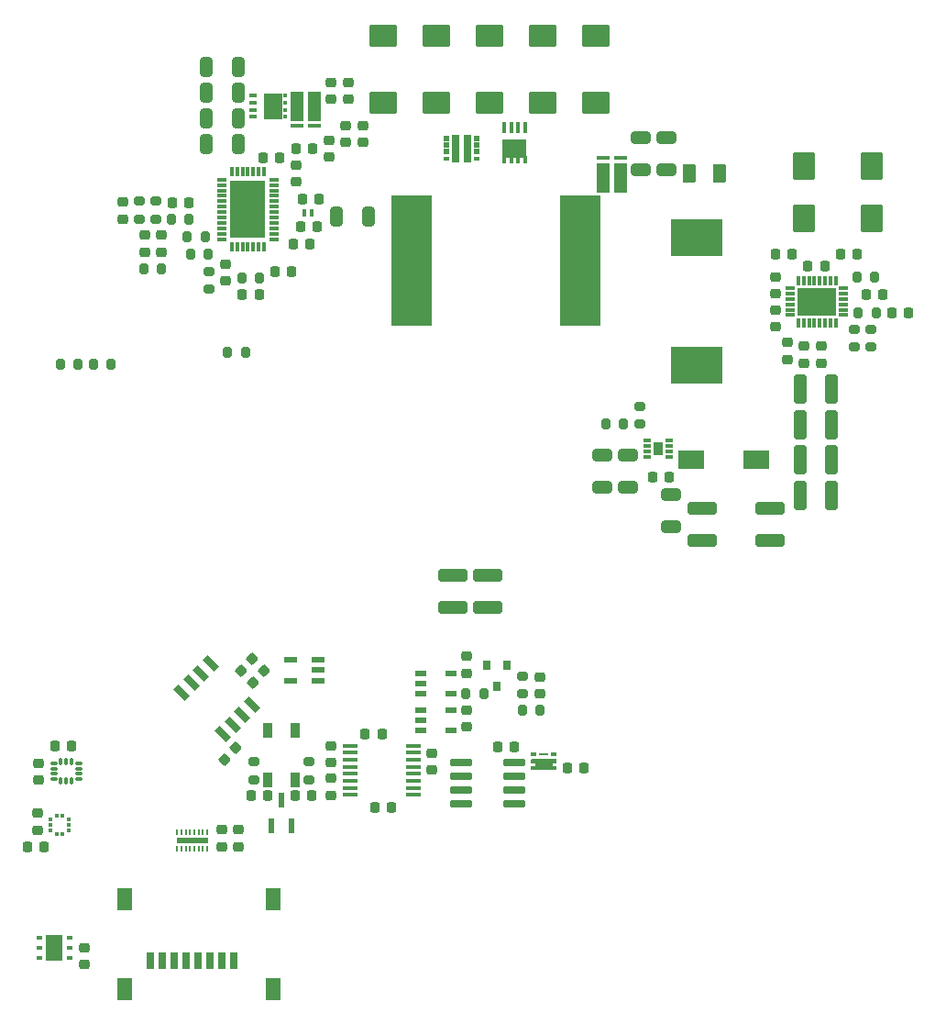
<source format=gbr>
%TF.GenerationSoftware,KiCad,Pcbnew,(6.0.11)*%
%TF.CreationDate,2025-02-12T10:18:37+01:00*%
%TF.ProjectId,walter-feels,77616c74-6572-42d6-9665-656c732e6b69,2.3*%
%TF.SameCoordinates,Original*%
%TF.FileFunction,Paste,Top*%
%TF.FilePolarity,Positive*%
%FSLAX46Y46*%
G04 Gerber Fmt 4.6, Leading zero omitted, Abs format (unit mm)*
G04 Created by KiCad (PCBNEW (6.0.11)) date 2025-02-12 10:18:37*
%MOMM*%
%LPD*%
G01*
G04 APERTURE LIST*
G04 Aperture macros list*
%AMRoundRect*
0 Rectangle with rounded corners*
0 $1 Rounding radius*
0 $2 $3 $4 $5 $6 $7 $8 $9 X,Y pos of 4 corners*
0 Add a 4 corners polygon primitive as box body*
4,1,4,$2,$3,$4,$5,$6,$7,$8,$9,$2,$3,0*
0 Add four circle primitives for the rounded corners*
1,1,$1+$1,$2,$3*
1,1,$1+$1,$4,$5*
1,1,$1+$1,$6,$7*
1,1,$1+$1,$8,$9*
0 Add four rect primitives between the rounded corners*
20,1,$1+$1,$2,$3,$4,$5,0*
20,1,$1+$1,$4,$5,$6,$7,0*
20,1,$1+$1,$6,$7,$8,$9,0*
20,1,$1+$1,$8,$9,$2,$3,0*%
%AMRotRect*
0 Rectangle, with rotation*
0 The origin of the aperture is its center*
0 $1 length*
0 $2 width*
0 $3 Rotation angle, in degrees counterclockwise*
0 Add horizontal line*
21,1,$1,$2,0,0,$3*%
%AMFreePoly0*
4,1,30,2.050035,0.200035,2.050050,0.200000,2.050050,-0.190000,2.050035,-0.190035,2.050000,-0.190050,1.700050,-0.190050,1.700050,-0.459950,2.030000,-0.459950,2.030035,-0.459965,2.030050,-0.460000,2.030050,-0.850000,2.030035,-0.850035,2.030000,-0.850050,-0.250000,-0.850050,-0.250035,-0.850035,-0.250050,-0.850000,-0.250050,-0.460000,-0.250035,-0.459965,-0.250000,-0.459950,0.099950,-0.459950,
0.099950,-0.200000,-0.250000,-0.200000,-0.250000,-0.190050,-0.250035,-0.190035,-0.250050,-0.190000,-0.250050,0.200000,-0.250035,0.200035,-0.250000,0.200050,2.050000,0.200050,2.050035,0.200035,2.050035,0.200035,$1*%
G04 Aperture macros list end*
%ADD10C,0.010000*%
%ADD11RoundRect,0.225000X0.250000X-0.225000X0.250000X0.225000X-0.250000X0.225000X-0.250000X-0.225000X0*%
%ADD12R,0.405000X0.990000*%
%ADD13R,0.405000X0.760000*%
%ADD14R,2.235000X1.725000*%
%ADD15R,1.150000X0.350000*%
%ADD16R,1.150000X2.700000*%
%ADD17RoundRect,0.250000X0.650000X-0.325000X0.650000X0.325000X-0.650000X0.325000X-0.650000X-0.325000X0*%
%ADD18RoundRect,0.225000X0.225000X0.250000X-0.225000X0.250000X-0.225000X-0.250000X0.225000X-0.250000X0*%
%ADD19RoundRect,0.225000X-0.225000X-0.250000X0.225000X-0.250000X0.225000X0.250000X-0.225000X0.250000X0*%
%ADD20RoundRect,0.250000X1.100000X-0.325000X1.100000X0.325000X-1.100000X0.325000X-1.100000X-0.325000X0*%
%ADD21R,0.300000X0.850000*%
%ADD22R,0.850000X0.300000*%
%ADD23R,3.650000X2.650000*%
%ADD24RoundRect,0.225000X-0.250000X0.225000X-0.250000X-0.225000X0.250000X-0.225000X0.250000X0.225000X0*%
%ADD25RoundRect,0.075000X0.237500X0.075000X-0.237500X0.075000X-0.237500X-0.075000X0.237500X-0.075000X0*%
%ADD26RoundRect,0.075000X0.075000X0.237500X-0.075000X0.237500X-0.075000X-0.237500X0.075000X-0.237500X0*%
%ADD27R,0.800001X0.900001*%
%ADD28RoundRect,0.200000X-0.200000X-0.275000X0.200000X-0.275000X0.200000X0.275000X-0.200000X0.275000X0*%
%ADD29R,1.000000X0.599999*%
%ADD30RoundRect,0.250000X-0.787500X-1.025000X0.787500X-1.025000X0.787500X1.025000X-0.787500X1.025000X0*%
%ADD31RoundRect,0.200000X0.275000X-0.200000X0.275000X0.200000X-0.275000X0.200000X-0.275000X-0.200000X0*%
%ADD32RoundRect,0.250000X-0.325000X-1.100000X0.325000X-1.100000X0.325000X1.100000X-0.325000X1.100000X0*%
%ADD33RoundRect,0.225000X-0.335876X-0.017678X-0.017678X-0.335876X0.335876X0.017678X0.017678X0.335876X0*%
%ADD34R,0.750000X0.300000*%
%ADD35R,0.900000X1.300000*%
%ADD36R,1.200000X0.600000*%
%ADD37RoundRect,0.250000X0.325000X0.650000X-0.325000X0.650000X-0.325000X-0.650000X0.325000X-0.650000X0*%
%ADD38R,0.520000X0.450000*%
%ADD39R,0.520000X0.583000*%
%ADD40R,0.750000X2.520000*%
%ADD41RoundRect,0.200000X0.200000X0.275000X-0.200000X0.275000X-0.200000X-0.275000X0.200000X-0.275000X0*%
%ADD42RoundRect,0.250000X1.025000X-0.787500X1.025000X0.787500X-1.025000X0.787500X-1.025000X-0.787500X0*%
%ADD43RoundRect,0.200000X-0.275000X0.200000X-0.275000X-0.200000X0.275000X-0.200000X0.275000X0.200000X0*%
%ADD44R,0.347536X0.376682*%
%ADD45R,0.376682X0.347536*%
%ADD46RoundRect,0.225000X-0.017678X0.335876X-0.335876X0.017678X0.017678X-0.335876X0.335876X-0.017678X0*%
%ADD47FreePoly0,180.000000*%
%ADD48R,0.500000X0.400000*%
%ADD49R,0.920000X0.285000*%
%ADD50R,3.750000X12.100000*%
%ADD51RoundRect,0.250000X-0.650000X0.325000X-0.650000X-0.325000X0.650000X-0.325000X0.650000X0.325000X0*%
%ADD52R,1.475000X0.450000*%
%ADD53R,3.250000X5.250000*%
%ADD54R,4.750000X3.350000*%
%ADD55RoundRect,0.042000X-0.943000X-0.258000X0.943000X-0.258000X0.943000X0.258000X-0.943000X0.258000X0*%
%ADD56R,0.900000X1.350000*%
%ADD57RotRect,0.650000X1.528000X45.000000*%
%ADD58RoundRect,0.250000X0.375000X0.625000X-0.375000X0.625000X-0.375000X-0.625000X0.375000X-0.625000X0*%
%ADD59R,0.800000X1.500000*%
%ADD60R,1.450000X2.000000*%
%ADD61R,0.400000X0.700000*%
%ADD62RoundRect,0.250000X-1.100000X0.325000X-1.100000X-0.325000X1.100000X-0.325000X1.100000X0.325000X0*%
%ADD63R,0.200000X0.600000*%
%ADD64R,2.900000X0.500000*%
%ADD65R,0.600000X1.350000*%
%ADD66RoundRect,0.250000X-0.325000X-0.650000X0.325000X-0.650000X0.325000X0.650000X-0.325000X0.650000X0*%
%ADD67R,0.700000X0.420000*%
%ADD68R,0.450000X0.420000*%
%ADD69R,1.700000X2.370000*%
%ADD70R,0.600000X0.400000*%
%ADD71R,1.500000X2.400000*%
%ADD72R,2.400000X1.800000*%
G04 APERTURE END LIST*
%TO.C,Q5*%
G36*
X144560275Y-131344997D02*
G01*
X143640000Y-131344997D01*
X143640000Y-130604972D01*
X144560275Y-130604972D01*
X144560275Y-131344997D01*
G37*
D10*
X144560275Y-131344997D02*
X143640000Y-131344997D01*
X143640000Y-130604972D01*
X144560275Y-130604972D01*
X144560275Y-131344997D01*
%TD*%
D11*
%TO.C,C77*%
X115930000Y-138537700D03*
X115930000Y-136987700D03*
%TD*%
%TO.C,C20*%
X121217974Y-77180600D03*
X121217974Y-75630600D03*
%TD*%
D12*
%TO.C,Q3*%
X142426374Y-72168700D03*
X141766374Y-72168700D03*
X141106374Y-72168700D03*
X140446374Y-72168700D03*
D13*
X140446374Y-75153700D03*
X141106374Y-75153700D03*
X141766374Y-75153700D03*
X142426374Y-75153700D03*
D14*
X141436374Y-74161200D03*
%TD*%
D15*
%TO.C,R14*%
X149627574Y-74979400D03*
D16*
X149627574Y-76804400D03*
X151177574Y-76804400D03*
D15*
X151177574Y-74979400D03*
%TD*%
D17*
%TO.C,C24*%
X155473400Y-76100200D03*
X155473400Y-73150200D03*
%TD*%
D18*
%TO.C,C43*%
X141382600Y-129362200D03*
X139832600Y-129362200D03*
%TD*%
D19*
%TO.C,C52*%
X146282201Y-131292600D03*
X147832201Y-131292600D03*
%TD*%
D20*
%TO.C,C1*%
X135690000Y-116459000D03*
X135690000Y-113509000D03*
%TD*%
D21*
%TO.C,U11*%
X167617200Y-90189600D03*
X168117200Y-90189600D03*
X168617200Y-90189600D03*
X169117200Y-90189600D03*
X169617200Y-90189600D03*
X170117200Y-90189600D03*
X170617200Y-90189600D03*
X171117200Y-90189600D03*
D22*
X171817200Y-89489600D03*
X171817200Y-88989600D03*
X171817200Y-88489600D03*
X171817200Y-87989600D03*
X171817200Y-87489600D03*
X171817200Y-86989600D03*
D21*
X171117200Y-86289600D03*
X170617200Y-86289600D03*
X170117200Y-86289600D03*
X169617200Y-86289600D03*
X169117200Y-86289600D03*
X168617200Y-86289600D03*
X168117200Y-86289600D03*
X167617200Y-86289600D03*
D22*
X166917200Y-86989600D03*
X166917200Y-87489600D03*
X166917200Y-87989600D03*
X166917200Y-88489600D03*
X166917200Y-88989600D03*
X166917200Y-89489600D03*
D23*
X169367200Y-88239600D03*
%TD*%
D24*
%TO.C,C45*%
X136982201Y-125934700D03*
X136982201Y-127484700D03*
%TD*%
D25*
%TO.C,U9*%
X101187700Y-132322000D03*
X101187700Y-131822000D03*
X101187700Y-131322000D03*
X101187700Y-130822000D03*
D26*
X100525200Y-130659500D03*
X100025200Y-130659500D03*
X99525200Y-130659500D03*
D25*
X98862700Y-130822000D03*
X98862700Y-131322000D03*
X98862700Y-131822000D03*
X98862700Y-132322000D03*
D26*
X99525200Y-132484500D03*
X100025200Y-132484500D03*
X100525200Y-132484500D03*
%TD*%
D20*
%TO.C,C2*%
X138960000Y-116459000D03*
X138960000Y-113509000D03*
%TD*%
D18*
%TO.C,C64*%
X155711400Y-104394902D03*
X154161400Y-104394902D03*
%TD*%
D27*
%TO.C,D2*%
X140751601Y-121758199D03*
X138851602Y-121758199D03*
X139801601Y-123758201D03*
%TD*%
D19*
%TO.C,C67*%
X176255000Y-89314600D03*
X177805000Y-89314600D03*
%TD*%
D18*
%TO.C,C7*%
X117821374Y-87579200D03*
X116271374Y-87579200D03*
%TD*%
D19*
%TO.C,C16*%
X121001774Y-82905600D03*
X122551774Y-82905600D03*
%TD*%
D28*
%TO.C,R1*%
X99454200Y-94056200D03*
X101104200Y-94056200D03*
%TD*%
D19*
%TO.C,C42*%
X128500000Y-134925000D03*
X130050000Y-134925000D03*
%TD*%
D29*
%TO.C,U6*%
X132762399Y-125934699D03*
X132762399Y-126884700D03*
X132762399Y-127834698D03*
X135512399Y-127834698D03*
X135512399Y-125934699D03*
%TD*%
D18*
%TO.C,C50*%
X100520800Y-129260600D03*
X98970800Y-129260600D03*
%TD*%
%TO.C,C81*%
X118625000Y-133825000D03*
X117075000Y-133825000D03*
%TD*%
%TO.C,C13*%
X123186774Y-81330800D03*
X121636774Y-81330800D03*
%TD*%
D30*
%TO.C,C53*%
X168187500Y-80600000D03*
X174412500Y-80600000D03*
%TD*%
D31*
%TO.C,R9*%
X117325000Y-132350000D03*
X117325000Y-130700000D03*
%TD*%
D32*
%TO.C,C73*%
X167775000Y-106126600D03*
X170725000Y-106126600D03*
%TD*%
D33*
%TO.C,C83*%
X116126992Y-122301992D03*
X117223008Y-123398008D03*
%TD*%
D19*
%TO.C,C61*%
X168516000Y-84975000D03*
X170066000Y-84975000D03*
%TD*%
D34*
%TO.C,U12*%
X155711400Y-102543202D03*
X155711400Y-102043202D03*
X155711400Y-101543202D03*
X155711400Y-101043202D03*
X153711400Y-101043202D03*
X153711400Y-101543202D03*
X153711400Y-102043202D03*
X153711400Y-102543202D03*
D35*
X154711400Y-101793202D03*
%TD*%
D28*
%TO.C,R24*%
X149847800Y-99543502D03*
X151497800Y-99543502D03*
%TD*%
D19*
%TO.C,C12*%
X118156974Y-74955400D03*
X119706974Y-74955400D03*
%TD*%
D18*
%TO.C,C41*%
X129172000Y-128130042D03*
X127622000Y-128130042D03*
%TD*%
D36*
%TO.C,U3*%
X123250000Y-123200000D03*
X123250000Y-122250000D03*
X123250000Y-121300000D03*
X120750000Y-121300000D03*
X120750000Y-123200000D03*
%TD*%
D37*
%TO.C,C5*%
X115936574Y-73710800D03*
X112986574Y-73710800D03*
%TD*%
D38*
%TO.C,Q1*%
X137898774Y-75066800D03*
D39*
X137898774Y-74349800D03*
X137898774Y-73766800D03*
X137898774Y-73183800D03*
X135118774Y-73183800D03*
X135118774Y-73766800D03*
X135118774Y-74349800D03*
D38*
X135118774Y-75066800D03*
D40*
X135958774Y-74091800D03*
X137058774Y-74091800D03*
%TD*%
D41*
%TO.C,R10*%
X112822774Y-82219800D03*
X111172774Y-82219800D03*
%TD*%
D42*
%TO.C,C26*%
X129300000Y-69912500D03*
X129300000Y-63687500D03*
%TD*%
D11*
%TO.C,C29*%
X125800000Y-73575000D03*
X125800000Y-72025000D03*
%TD*%
D43*
%TO.C,R3*%
X106739974Y-78969600D03*
X106739974Y-80619600D03*
%TD*%
D44*
%TO.C,U8*%
X99144200Y-137330701D03*
X99644200Y-137330701D03*
D45*
X100221900Y-137003000D03*
X100221900Y-136503001D03*
X100221900Y-136003002D03*
D44*
X99644200Y-135675301D03*
X99144200Y-135675301D03*
D45*
X98566500Y-136003002D03*
X98566500Y-136503001D03*
X98566500Y-137003000D03*
%TD*%
D46*
%TO.C,C80*%
X115698008Y-129376992D03*
X114601992Y-130473008D03*
%TD*%
D31*
%TO.C,R27*%
X172776000Y-92425000D03*
X172776000Y-90775000D03*
%TD*%
D47*
%TO.C,Q5*%
X145000000Y-131300000D03*
D48*
X145000000Y-130650000D03*
X145000000Y-130000000D03*
X143200000Y-130000000D03*
X143200000Y-130650000D03*
X143200000Y-131300000D03*
D49*
X144100000Y-130000000D03*
%TD*%
D24*
%TO.C,C3*%
X105215974Y-79069600D03*
X105215974Y-80619600D03*
%TD*%
D11*
%TO.C,C27*%
X127400000Y-73575000D03*
X127400000Y-72025000D03*
%TD*%
D24*
%TO.C,C51*%
X97434400Y-130822400D03*
X97434400Y-132372400D03*
%TD*%
D32*
%TO.C,C75*%
X167775000Y-99575000D03*
X170725000Y-99575000D03*
%TD*%
D42*
%TO.C,C28*%
X134200000Y-69912500D03*
X134200000Y-63687500D03*
%TD*%
D18*
%TO.C,C15*%
X120845000Y-85430000D03*
X119295000Y-85430000D03*
%TD*%
D50*
%TO.C,L1*%
X131883774Y-84455000D03*
X147483774Y-84455000D03*
%TD*%
D41*
%TO.C,R6*%
X108797374Y-85191600D03*
X107147374Y-85191600D03*
%TD*%
D11*
%TO.C,C48*%
X97327600Y-137003000D03*
X97327600Y-135453000D03*
%TD*%
D51*
%TO.C,C62*%
X155905200Y-106018702D03*
X155905200Y-108968702D03*
%TD*%
D28*
%TO.C,R21*%
X142151600Y-125943398D03*
X143801600Y-125943398D03*
%TD*%
D52*
%TO.C,U2*%
X126221000Y-129220800D03*
X126221000Y-129870800D03*
X126221000Y-130520800D03*
X126221000Y-131170800D03*
X126221000Y-131820800D03*
X126221000Y-132470800D03*
X126221000Y-133120800D03*
X126221000Y-133770800D03*
X132097000Y-133770800D03*
X132097000Y-133120800D03*
X132097000Y-132470800D03*
X132097000Y-131820800D03*
X132097000Y-131170800D03*
X132097000Y-130520800D03*
X132097000Y-129870800D03*
X132097000Y-129220800D03*
%TD*%
D19*
%TO.C,C59*%
X171538600Y-83870800D03*
X173088600Y-83870800D03*
%TD*%
D33*
%TO.C,C84*%
X117201992Y-121226992D03*
X118298008Y-122323008D03*
%TD*%
D32*
%TO.C,C76*%
X167775000Y-96300000D03*
X170725000Y-96300000D03*
%TD*%
D11*
%TO.C,C63*%
X165531800Y-87489600D03*
X165531800Y-85939600D03*
%TD*%
D24*
%TO.C,C22*%
X124265974Y-73342200D03*
X124265974Y-74892200D03*
%TD*%
D43*
%TO.C,R20*%
X142189201Y-122769398D03*
X142189201Y-124419398D03*
%TD*%
D24*
%TO.C,C9*%
X108797374Y-82105200D03*
X108797374Y-83655200D03*
%TD*%
%TO.C,C66*%
X165531800Y-88989600D03*
X165531800Y-90539600D03*
%TD*%
D19*
%TO.C,C17*%
X121814574Y-78790800D03*
X123364574Y-78790800D03*
%TD*%
D41*
%TO.C,R2*%
X104152200Y-94056200D03*
X102502200Y-94056200D03*
%TD*%
%TO.C,R7*%
X117871374Y-86029800D03*
X116221374Y-86029800D03*
%TD*%
D22*
%TO.C,IC1*%
X114346374Y-76980600D03*
X114346374Y-77480600D03*
X114346374Y-77980600D03*
X114346374Y-78480600D03*
X114346374Y-78980600D03*
X114346374Y-79480600D03*
X114346374Y-79980600D03*
X114346374Y-80480600D03*
X114346374Y-80980600D03*
X114346374Y-81480600D03*
X114346374Y-81980600D03*
X114346374Y-82480600D03*
D21*
X115296374Y-83180600D03*
X115796374Y-83180600D03*
X116296374Y-83180600D03*
X116796374Y-83180600D03*
X117296374Y-83180600D03*
X117796374Y-83180600D03*
X118296374Y-83180600D03*
D22*
X119246374Y-82480600D03*
X119246374Y-81980600D03*
X119246374Y-81480600D03*
X119246374Y-80980600D03*
X119246374Y-80480600D03*
X119246374Y-79980600D03*
X119246374Y-79480600D03*
X119246374Y-78980600D03*
X119246374Y-78480600D03*
X119246374Y-77980600D03*
X119246374Y-77480600D03*
X119246374Y-76980600D03*
D21*
X118296374Y-76280600D03*
X117796374Y-76280600D03*
X117296374Y-76280600D03*
X116796374Y-76280600D03*
X116296374Y-76280600D03*
X115796374Y-76280600D03*
X115296374Y-76280600D03*
D53*
X116796374Y-79730600D03*
%TD*%
D31*
%TO.C,R4*%
X108263974Y-80619600D03*
X108263974Y-78969600D03*
%TD*%
D54*
%TO.C,L2*%
X158242000Y-82339600D03*
X158242000Y-94139600D03*
%TD*%
D55*
%TO.C,U4*%
X136442600Y-130786700D03*
X136442600Y-132056700D03*
X136442600Y-133326700D03*
X136442600Y-134596700D03*
X141382600Y-134596700D03*
X141382600Y-133326700D03*
X141382600Y-132056700D03*
X141382600Y-130786700D03*
%TD*%
D24*
%TO.C,C40*%
X133756400Y-129882600D03*
X133756400Y-131432600D03*
%TD*%
D19*
%TO.C,C82*%
X121125000Y-133825000D03*
X122675000Y-133825000D03*
%TD*%
D42*
%TO.C,C31*%
X144000000Y-69912500D03*
X144000000Y-63687500D03*
%TD*%
D41*
%TO.C,R11*%
X113152974Y-83845400D03*
X111502974Y-83845400D03*
%TD*%
D56*
%TO.C,L4*%
X118625000Y-132350000D03*
X121125000Y-132350000D03*
X121125000Y-127800000D03*
X118625000Y-127800000D03*
%TD*%
D18*
%TO.C,C57*%
X167043400Y-83870800D03*
X165493400Y-83870800D03*
%TD*%
D24*
%TO.C,C39*%
X124460000Y-132231842D03*
X124460000Y-133781842D03*
%TD*%
D57*
%TO.C,U14*%
X113355072Y-121635995D03*
X112457046Y-122534021D03*
X111559021Y-123432046D03*
X110660995Y-124330072D03*
X114494928Y-128164005D03*
X115392954Y-127265979D03*
X116290979Y-126367954D03*
X117189005Y-125469928D03*
%TD*%
D24*
%TO.C,C68*%
X169790000Y-92365000D03*
X169790000Y-93915000D03*
%TD*%
D28*
%TO.C,R23*%
X173175000Y-89314600D03*
X174825000Y-89314600D03*
%TD*%
D37*
%TO.C,C11*%
X115936574Y-66624200D03*
X112986574Y-66624200D03*
%TD*%
D24*
%TO.C,C38*%
X124460000Y-129209242D03*
X124460000Y-130759242D03*
%TD*%
D42*
%TO.C,C32*%
X148900000Y-69912500D03*
X148900000Y-63687500D03*
%TD*%
D19*
%TO.C,C19*%
X121204974Y-74117200D03*
X122754974Y-74117200D03*
%TD*%
D11*
%TO.C,C44*%
X136982200Y-122517199D03*
X136982200Y-120967199D03*
%TD*%
D18*
%TO.C,C4*%
X111375774Y-79095600D03*
X109825774Y-79095600D03*
%TD*%
D24*
%TO.C,C65*%
X166598600Y-92011200D03*
X166598600Y-93561200D03*
%TD*%
D29*
%TO.C,U5*%
X132762399Y-122519399D03*
X132762399Y-123469400D03*
X132762399Y-124419398D03*
X135512399Y-124419398D03*
X135512399Y-122519399D03*
%TD*%
D11*
%TO.C,C14*%
X114766374Y-86347600D03*
X114766374Y-84797600D03*
%TD*%
D24*
%TO.C,C23*%
X124500000Y-68025000D03*
X124500000Y-69575000D03*
%TD*%
D58*
%TO.C,F1*%
X160375000Y-76450000D03*
X157575000Y-76450000D03*
%TD*%
D28*
%TO.C,R5*%
X109724974Y-80619600D03*
X111374974Y-80619600D03*
%TD*%
D51*
%TO.C,C70*%
X151917400Y-102437302D03*
X151917400Y-105387302D03*
%TD*%
D59*
%TO.C,J1*%
X115449200Y-149047900D03*
X114349200Y-149047900D03*
X113249200Y-149047900D03*
X112149200Y-149047900D03*
X111049200Y-149047900D03*
X109949200Y-149047900D03*
X108849200Y-149047900D03*
X107749200Y-149047900D03*
D60*
X119124200Y-151647900D03*
X105374200Y-151647900D03*
X119124200Y-143347900D03*
X105374200Y-143347900D03*
%TD*%
D11*
%TO.C,C46*%
X143738600Y-124419398D03*
X143738600Y-122869398D03*
%TD*%
D61*
%TO.C,D1*%
X121965774Y-80060800D03*
X122665774Y-80060800D03*
%TD*%
D32*
%TO.C,C74*%
X167775000Y-102850000D03*
X170725000Y-102850000D03*
%TD*%
D43*
%TO.C,R8*%
X113242374Y-85458800D03*
X113242374Y-87108800D03*
%TD*%
D42*
%TO.C,C30*%
X139100000Y-69912500D03*
X139100000Y-63687500D03*
%TD*%
D18*
%TO.C,C49*%
X97955000Y-138560000D03*
X96405000Y-138560000D03*
%TD*%
D24*
%TO.C,C6*%
X107273374Y-82105200D03*
X107273374Y-83655200D03*
%TD*%
D28*
%TO.C,R19*%
X136919200Y-124419398D03*
X138569200Y-124419398D03*
%TD*%
D24*
%TO.C,C25*%
X126100000Y-68025000D03*
X126100000Y-69575000D03*
%TD*%
D62*
%TO.C,C58*%
X158724600Y-107339502D03*
X158724600Y-110289502D03*
%TD*%
D37*
%TO.C,C10*%
X115936574Y-68986400D03*
X112986574Y-68986400D03*
%TD*%
D63*
%TO.C,U13*%
X110249200Y-138715900D03*
X110649200Y-138715900D03*
X111049200Y-138715900D03*
X111449200Y-138715900D03*
X111849200Y-138715900D03*
X112249200Y-138715900D03*
X112649200Y-138715900D03*
X113049200Y-138715900D03*
X113049200Y-137215900D03*
X112649200Y-137215900D03*
X112249200Y-137215900D03*
X111849200Y-137215900D03*
X111449200Y-137215900D03*
X111049200Y-137215900D03*
X110649200Y-137215900D03*
X110249200Y-137215900D03*
D64*
X111649200Y-137965900D03*
%TD*%
D18*
%TO.C,C60*%
X175450800Y-87553800D03*
X173900800Y-87553800D03*
%TD*%
D24*
%TO.C,C71*%
X168122600Y-92366800D03*
X168122600Y-93916800D03*
%TD*%
D28*
%TO.C,R22*%
X173038000Y-86004400D03*
X174688000Y-86004400D03*
%TD*%
D65*
%TO.C,D3*%
X118925000Y-136650000D03*
X120825000Y-136650000D03*
X119875000Y-134250000D03*
%TD*%
D43*
%TO.C,R28*%
X174300000Y-90775000D03*
X174300000Y-92425000D03*
%TD*%
D24*
%TO.C,C47*%
X101720730Y-147853400D03*
X101720730Y-149403400D03*
%TD*%
D15*
%TO.C,R13*%
X122907374Y-72030600D03*
D16*
X122907374Y-70205600D03*
X121357374Y-70205600D03*
D15*
X121357374Y-72030600D03*
%TD*%
D51*
%TO.C,C79*%
X149555200Y-102437302D03*
X149555200Y-105387302D03*
%TD*%
D31*
%TO.C,R25*%
X152958800Y-99543502D03*
X152958800Y-97893502D03*
%TD*%
%TO.C,R15*%
X122425000Y-132350000D03*
X122425000Y-130700000D03*
%TD*%
D30*
%TO.C,C33*%
X168187500Y-75700000D03*
X174412500Y-75700000D03*
%TD*%
D66*
%TO.C,C18*%
X124949974Y-80365600D03*
X127899974Y-80365600D03*
%TD*%
D28*
%TO.C,R12*%
X114922800Y-92964000D03*
X116572800Y-92964000D03*
%TD*%
D24*
%TO.C,C78*%
X114382000Y-136987700D03*
X114382000Y-138537700D03*
%TD*%
D17*
%TO.C,C21*%
X153111200Y-76100200D03*
X153111200Y-73150200D03*
%TD*%
D67*
%TO.C,Q2*%
X117296374Y-69230600D03*
X117296374Y-69880600D03*
X117296374Y-70530600D03*
X117296374Y-71180600D03*
D68*
X120221374Y-71180600D03*
X120221374Y-70530600D03*
X120221374Y-69880600D03*
X120221374Y-69230600D03*
D69*
X119146374Y-70205600D03*
%TD*%
D62*
%TO.C,C72*%
X164998400Y-107339502D03*
X164998400Y-110289502D03*
%TD*%
D37*
%TO.C,C8*%
X115936574Y-71348600D03*
X112986574Y-71348600D03*
%TD*%
D70*
%TO.C,U7*%
X97526730Y-146903400D03*
X97526730Y-147853400D03*
X97526730Y-148803400D03*
X100326730Y-148803400D03*
X100326730Y-147853400D03*
X100326730Y-146903400D03*
D71*
X98926730Y-147853400D03*
%TD*%
D72*
%TO.C,L3*%
X163705800Y-102820102D03*
X157705800Y-102820102D03*
%TD*%
M02*

</source>
